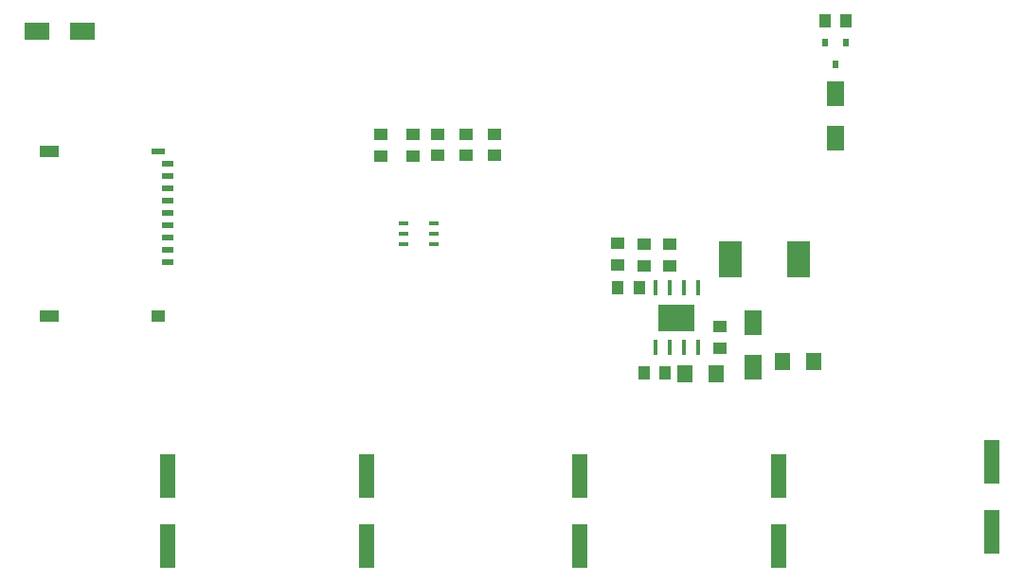
<source format=gbr>
G04 DipTrace 3.3.1.1*
G04 TopPaste.gbr*
%MOIN*%
G04 #@! TF.FileFunction,Paste,Top*
G04 #@! TF.Part,Single*
%ADD72R,0.130157X0.095118*%
%ADD74R,0.015984X0.054961*%
%ADD76R,0.035276X0.015591*%
%ADD88R,0.04315X0.051024*%
%ADD90R,0.023465X0.027402*%
%ADD94R,0.084488X0.129764*%
%ADD100R,0.047087X0.023465*%
%ADD102R,0.047087X0.039213*%
%ADD104R,0.070709X0.039213*%
%ADD106R,0.04315X0.019528*%
%ADD114R,0.090394X0.058898*%
%ADD116R,0.058898X0.090394*%
%ADD118R,0.054961X0.062835*%
%ADD120R,0.054961X0.155354*%
%ADD122R,0.051024X0.04315*%
%FSLAX26Y26*%
G04*
G70*
G90*
G75*
G01*
G04 TopPaste*
%LPD*%
D122*
X2886409Y1816255D3*
Y1741451D3*
D120*
X943701Y1043701D3*
Y1291732D3*
X1643701Y1043701D3*
Y1291732D3*
X2393701Y1043701D3*
Y1291732D3*
X3093701Y1043701D3*
Y1291732D3*
X3843701Y1093701D3*
Y1341732D3*
D118*
X2875451Y1650450D3*
X2765215D3*
D122*
X2710409Y2031255D3*
Y2106058D3*
D118*
X3106201Y1693701D3*
X3216437D3*
D116*
X3003409Y1830219D3*
Y1672739D3*
X3292749Y2479274D3*
Y2636755D3*
D114*
X484899Y2857815D3*
X642379D3*
D106*
X943677Y2043450D3*
Y2086757D3*
Y2130064D3*
Y2173371D3*
Y2216678D3*
Y2259986D3*
Y2303293D3*
Y2346600D3*
Y2389907D3*
D104*
X528323Y1855261D3*
D102*
X910213D3*
D100*
Y2433214D3*
D104*
X528323D3*
D94*
X2925156Y2055115D3*
X3163345D3*
D90*
X3331201Y2818701D3*
X3256398D3*
X3293799Y2739961D3*
D122*
X1693701Y2418701D3*
Y2493504D3*
X1893701Y2493701D3*
Y2418898D3*
X1993701Y2493701D3*
Y2418898D3*
X2093701Y2493701D3*
Y2418898D3*
D88*
X2619409Y1654255D3*
X2694213D3*
D122*
X2619409Y2031255D3*
Y2106058D3*
D88*
X3256201Y2893701D3*
X3331004D3*
D122*
X2528409Y2109255D3*
Y2034451D3*
D88*
Y1953255D3*
X2603213D3*
D122*
X1806201Y2493504D3*
Y2418701D3*
D76*
X1774951Y2181201D3*
Y2143799D3*
Y2106398D3*
X1881251D3*
Y2143799D3*
Y2181201D3*
D74*
X2810039Y1955127D3*
X2760039D3*
X2710039D3*
X2660039D3*
Y1742529D3*
X2710039D3*
X2760039D3*
X2810039D3*
D72*
X2735039Y1848828D3*
M02*

</source>
